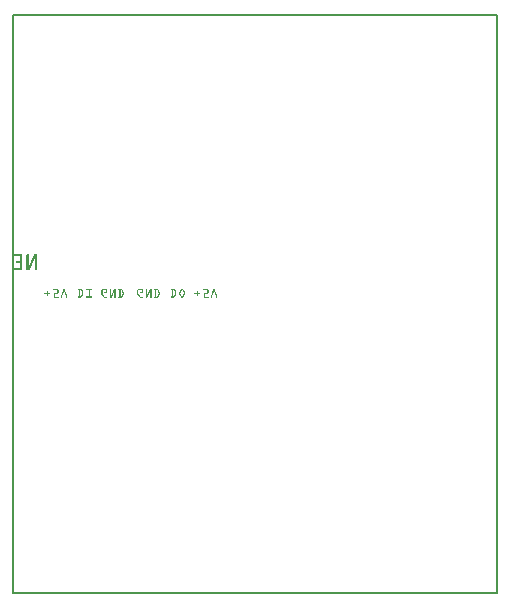
<source format=gbo>
G04 MADE WITH FRITZING*
G04 WWW.FRITZING.ORG*
G04 DOUBLE SIDED*
G04 HOLES PLATED*
G04 CONTOUR ON CENTER OF CONTOUR VECTOR*
%ASAXBY*%
%FSLAX23Y23*%
%MOIN*%
%OFA0B0*%
%SFA1.0B1.0*%
%ADD10R,1.621170X1.934800X1.605170X1.918800*%
%ADD11C,0.008000*%
%ADD12R,0.001000X0.001000*%
%LNSILK0*%
G90*
G70*
G54D11*
X4Y1931D02*
X1617Y1931D01*
X1617Y4D01*
X4Y4D01*
X4Y1931D01*
D02*
G54D12*
X1Y1134D02*
X32Y1134D01*
X50Y1134D02*
X53Y1134D01*
X73Y1134D02*
X82Y1134D01*
X1Y1133D02*
X32Y1133D01*
X49Y1133D02*
X54Y1133D01*
X73Y1133D02*
X82Y1133D01*
X1Y1132D02*
X32Y1132D01*
X49Y1132D02*
X54Y1132D01*
X73Y1132D02*
X82Y1132D01*
X1Y1131D02*
X32Y1131D01*
X48Y1131D02*
X54Y1131D01*
X72Y1131D02*
X82Y1131D01*
X1Y1130D02*
X32Y1130D01*
X48Y1130D02*
X54Y1130D01*
X72Y1130D02*
X82Y1130D01*
X1Y1129D02*
X32Y1129D01*
X48Y1129D02*
X54Y1129D01*
X71Y1129D02*
X82Y1129D01*
X1Y1128D02*
X32Y1128D01*
X48Y1128D02*
X54Y1128D01*
X71Y1128D02*
X82Y1128D01*
X26Y1127D02*
X32Y1127D01*
X48Y1127D02*
X54Y1127D01*
X70Y1127D02*
X82Y1127D01*
X26Y1126D02*
X32Y1126D01*
X48Y1126D02*
X54Y1126D01*
X70Y1126D02*
X82Y1126D01*
X26Y1125D02*
X32Y1125D01*
X48Y1125D02*
X54Y1125D01*
X70Y1125D02*
X82Y1125D01*
X26Y1124D02*
X32Y1124D01*
X48Y1124D02*
X54Y1124D01*
X69Y1124D02*
X82Y1124D01*
X26Y1123D02*
X32Y1123D01*
X48Y1123D02*
X54Y1123D01*
X69Y1123D02*
X82Y1123D01*
X26Y1122D02*
X32Y1122D01*
X48Y1122D02*
X54Y1122D01*
X68Y1122D02*
X82Y1122D01*
X26Y1121D02*
X32Y1121D01*
X48Y1121D02*
X54Y1121D01*
X68Y1121D02*
X74Y1121D01*
X76Y1121D02*
X82Y1121D01*
X26Y1120D02*
X32Y1120D01*
X48Y1120D02*
X54Y1120D01*
X67Y1120D02*
X74Y1120D01*
X76Y1120D02*
X82Y1120D01*
X26Y1119D02*
X32Y1119D01*
X48Y1119D02*
X54Y1119D01*
X67Y1119D02*
X74Y1119D01*
X76Y1119D02*
X82Y1119D01*
X26Y1118D02*
X32Y1118D01*
X48Y1118D02*
X54Y1118D01*
X66Y1118D02*
X73Y1118D01*
X76Y1118D02*
X82Y1118D01*
X26Y1117D02*
X32Y1117D01*
X48Y1117D02*
X54Y1117D01*
X66Y1117D02*
X73Y1117D01*
X76Y1117D02*
X82Y1117D01*
X26Y1116D02*
X32Y1116D01*
X48Y1116D02*
X54Y1116D01*
X66Y1116D02*
X72Y1116D01*
X76Y1116D02*
X82Y1116D01*
X26Y1115D02*
X32Y1115D01*
X48Y1115D02*
X54Y1115D01*
X65Y1115D02*
X72Y1115D01*
X76Y1115D02*
X82Y1115D01*
X26Y1114D02*
X32Y1114D01*
X48Y1114D02*
X54Y1114D01*
X65Y1114D02*
X71Y1114D01*
X76Y1114D02*
X82Y1114D01*
X26Y1113D02*
X32Y1113D01*
X48Y1113D02*
X54Y1113D01*
X64Y1113D02*
X71Y1113D01*
X76Y1113D02*
X82Y1113D01*
X26Y1112D02*
X32Y1112D01*
X48Y1112D02*
X54Y1112D01*
X64Y1112D02*
X71Y1112D01*
X76Y1112D02*
X82Y1112D01*
X15Y1111D02*
X32Y1111D01*
X48Y1111D02*
X54Y1111D01*
X63Y1111D02*
X70Y1111D01*
X76Y1111D02*
X82Y1111D01*
X13Y1110D02*
X32Y1110D01*
X48Y1110D02*
X54Y1110D01*
X63Y1110D02*
X70Y1110D01*
X76Y1110D02*
X82Y1110D01*
X12Y1109D02*
X32Y1109D01*
X48Y1109D02*
X54Y1109D01*
X62Y1109D02*
X69Y1109D01*
X76Y1109D02*
X82Y1109D01*
X12Y1108D02*
X32Y1108D01*
X48Y1108D02*
X54Y1108D01*
X62Y1108D02*
X69Y1108D01*
X76Y1108D02*
X82Y1108D01*
X12Y1107D02*
X32Y1107D01*
X48Y1107D02*
X54Y1107D01*
X62Y1107D02*
X68Y1107D01*
X76Y1107D02*
X82Y1107D01*
X13Y1106D02*
X32Y1106D01*
X48Y1106D02*
X54Y1106D01*
X61Y1106D02*
X68Y1106D01*
X76Y1106D02*
X82Y1106D01*
X13Y1105D02*
X32Y1105D01*
X48Y1105D02*
X54Y1105D01*
X61Y1105D02*
X67Y1105D01*
X76Y1105D02*
X82Y1105D01*
X26Y1104D02*
X32Y1104D01*
X48Y1104D02*
X54Y1104D01*
X60Y1104D02*
X67Y1104D01*
X76Y1104D02*
X82Y1104D01*
X26Y1103D02*
X32Y1103D01*
X48Y1103D02*
X54Y1103D01*
X60Y1103D02*
X67Y1103D01*
X76Y1103D02*
X82Y1103D01*
X26Y1102D02*
X32Y1102D01*
X48Y1102D02*
X54Y1102D01*
X59Y1102D02*
X66Y1102D01*
X76Y1102D02*
X82Y1102D01*
X26Y1101D02*
X32Y1101D01*
X48Y1101D02*
X54Y1101D01*
X59Y1101D02*
X66Y1101D01*
X76Y1101D02*
X82Y1101D01*
X26Y1100D02*
X32Y1100D01*
X48Y1100D02*
X54Y1100D01*
X59Y1100D02*
X65Y1100D01*
X76Y1100D02*
X82Y1100D01*
X26Y1099D02*
X32Y1099D01*
X48Y1099D02*
X54Y1099D01*
X58Y1099D02*
X65Y1099D01*
X76Y1099D02*
X82Y1099D01*
X26Y1098D02*
X32Y1098D01*
X48Y1098D02*
X54Y1098D01*
X58Y1098D02*
X64Y1098D01*
X76Y1098D02*
X82Y1098D01*
X26Y1097D02*
X32Y1097D01*
X48Y1097D02*
X54Y1097D01*
X57Y1097D02*
X64Y1097D01*
X76Y1097D02*
X82Y1097D01*
X26Y1096D02*
X32Y1096D01*
X48Y1096D02*
X54Y1096D01*
X57Y1096D02*
X64Y1096D01*
X76Y1096D02*
X82Y1096D01*
X26Y1095D02*
X32Y1095D01*
X48Y1095D02*
X54Y1095D01*
X56Y1095D02*
X63Y1095D01*
X76Y1095D02*
X82Y1095D01*
X26Y1094D02*
X32Y1094D01*
X48Y1094D02*
X63Y1094D01*
X76Y1094D02*
X82Y1094D01*
X26Y1093D02*
X32Y1093D01*
X48Y1093D02*
X62Y1093D01*
X76Y1093D02*
X82Y1093D01*
X26Y1092D02*
X32Y1092D01*
X48Y1092D02*
X62Y1092D01*
X76Y1092D02*
X82Y1092D01*
X26Y1091D02*
X32Y1091D01*
X48Y1091D02*
X61Y1091D01*
X76Y1091D02*
X82Y1091D01*
X26Y1090D02*
X32Y1090D01*
X48Y1090D02*
X61Y1090D01*
X76Y1090D02*
X82Y1090D01*
X26Y1089D02*
X32Y1089D01*
X48Y1089D02*
X60Y1089D01*
X76Y1089D02*
X82Y1089D01*
X26Y1088D02*
X32Y1088D01*
X48Y1088D02*
X60Y1088D01*
X76Y1088D02*
X82Y1088D01*
X1Y1087D02*
X32Y1087D01*
X48Y1087D02*
X60Y1087D01*
X76Y1087D02*
X82Y1087D01*
X1Y1086D02*
X32Y1086D01*
X48Y1086D02*
X59Y1086D01*
X76Y1086D02*
X82Y1086D01*
X1Y1085D02*
X32Y1085D01*
X48Y1085D02*
X59Y1085D01*
X76Y1085D02*
X82Y1085D01*
X1Y1084D02*
X32Y1084D01*
X48Y1084D02*
X58Y1084D01*
X76Y1084D02*
X82Y1084D01*
X1Y1083D02*
X32Y1083D01*
X48Y1083D02*
X58Y1083D01*
X76Y1083D02*
X82Y1083D01*
X1Y1082D02*
X32Y1082D01*
X48Y1082D02*
X57Y1082D01*
X77Y1082D02*
X81Y1082D01*
X1Y1081D02*
X32Y1081D01*
X48Y1081D02*
X57Y1081D01*
X78Y1081D02*
X80Y1081D01*
X220Y1019D02*
X230Y1019D01*
X248Y1019D02*
X265Y1019D01*
X530Y1019D02*
X540Y1019D01*
X564Y1019D02*
X568Y1019D01*
X139Y1018D02*
X153Y1018D01*
X172Y1018D02*
X174Y1018D01*
X219Y1018D02*
X231Y1018D01*
X247Y1018D02*
X266Y1018D01*
X300Y1018D02*
X313Y1018D01*
X326Y1018D02*
X328Y1018D01*
X339Y1018D02*
X344Y1018D01*
X354Y1018D02*
X365Y1018D01*
X420Y1018D02*
X433Y1018D01*
X446Y1018D02*
X448Y1018D01*
X459Y1018D02*
X464Y1018D01*
X474Y1018D02*
X485Y1018D01*
X529Y1018D02*
X541Y1018D01*
X563Y1018D02*
X569Y1018D01*
X638Y1018D02*
X652Y1018D01*
X672Y1018D02*
X674Y1018D01*
X137Y1017D02*
X153Y1017D01*
X171Y1017D02*
X175Y1017D01*
X219Y1017D02*
X232Y1017D01*
X247Y1017D02*
X265Y1017D01*
X299Y1017D02*
X314Y1017D01*
X326Y1017D02*
X329Y1017D01*
X339Y1017D02*
X344Y1017D01*
X354Y1017D02*
X366Y1017D01*
X419Y1017D02*
X434Y1017D01*
X445Y1017D02*
X448Y1017D01*
X459Y1017D02*
X464Y1017D01*
X474Y1017D02*
X486Y1017D01*
X529Y1017D02*
X542Y1017D01*
X562Y1017D02*
X570Y1017D01*
X636Y1017D02*
X653Y1017D01*
X671Y1017D02*
X674Y1017D01*
X136Y1016D02*
X154Y1016D01*
X171Y1016D02*
X175Y1016D01*
X220Y1016D02*
X233Y1016D01*
X248Y1016D02*
X265Y1016D01*
X299Y1016D02*
X315Y1016D01*
X326Y1016D02*
X329Y1016D01*
X339Y1016D02*
X344Y1016D01*
X354Y1016D02*
X367Y1016D01*
X418Y1016D02*
X435Y1016D01*
X445Y1016D02*
X448Y1016D01*
X458Y1016D02*
X464Y1016D01*
X474Y1016D02*
X487Y1016D01*
X530Y1016D02*
X543Y1016D01*
X562Y1016D02*
X571Y1016D01*
X636Y1016D02*
X654Y1016D01*
X671Y1016D02*
X675Y1016D01*
X136Y1015D02*
X141Y1015D01*
X151Y1015D02*
X154Y1015D01*
X170Y1015D02*
X175Y1015D01*
X223Y1015D02*
X226Y1015D01*
X230Y1015D02*
X233Y1015D01*
X255Y1015D02*
X258Y1015D01*
X298Y1015D02*
X302Y1015D01*
X311Y1015D02*
X316Y1015D01*
X326Y1015D02*
X329Y1015D01*
X338Y1015D02*
X344Y1015D01*
X357Y1015D02*
X361Y1015D01*
X363Y1015D02*
X368Y1015D01*
X418Y1015D02*
X422Y1015D01*
X431Y1015D02*
X435Y1015D01*
X445Y1015D02*
X448Y1015D01*
X458Y1015D02*
X464Y1015D01*
X477Y1015D02*
X481Y1015D01*
X483Y1015D02*
X487Y1015D01*
X533Y1015D02*
X536Y1015D01*
X540Y1015D02*
X543Y1015D01*
X561Y1015D02*
X565Y1015D01*
X568Y1015D02*
X571Y1015D01*
X636Y1015D02*
X641Y1015D01*
X651Y1015D02*
X654Y1015D01*
X670Y1015D02*
X675Y1015D01*
X136Y1014D02*
X138Y1014D01*
X151Y1014D02*
X154Y1014D01*
X170Y1014D02*
X176Y1014D01*
X223Y1014D02*
X226Y1014D01*
X230Y1014D02*
X234Y1014D01*
X255Y1014D02*
X258Y1014D01*
X298Y1014D02*
X301Y1014D01*
X313Y1014D02*
X316Y1014D01*
X326Y1014D02*
X329Y1014D01*
X338Y1014D02*
X344Y1014D01*
X358Y1014D02*
X361Y1014D01*
X365Y1014D02*
X368Y1014D01*
X417Y1014D02*
X421Y1014D01*
X432Y1014D02*
X436Y1014D01*
X445Y1014D02*
X448Y1014D01*
X457Y1014D02*
X464Y1014D01*
X477Y1014D02*
X480Y1014D01*
X484Y1014D02*
X488Y1014D01*
X533Y1014D02*
X536Y1014D01*
X540Y1014D02*
X544Y1014D01*
X561Y1014D02*
X564Y1014D01*
X568Y1014D02*
X572Y1014D01*
X636Y1014D02*
X638Y1014D01*
X651Y1014D02*
X654Y1014D01*
X670Y1014D02*
X676Y1014D01*
X116Y1013D02*
X117Y1013D01*
X151Y1013D02*
X154Y1013D01*
X170Y1013D02*
X176Y1013D01*
X223Y1013D02*
X226Y1013D01*
X231Y1013D02*
X234Y1013D01*
X255Y1013D02*
X258Y1013D01*
X298Y1013D02*
X301Y1013D01*
X313Y1013D02*
X316Y1013D01*
X326Y1013D02*
X329Y1013D01*
X337Y1013D02*
X344Y1013D01*
X358Y1013D02*
X361Y1013D01*
X365Y1013D02*
X369Y1013D01*
X417Y1013D02*
X420Y1013D01*
X433Y1013D02*
X436Y1013D01*
X445Y1013D02*
X448Y1013D01*
X457Y1013D02*
X464Y1013D01*
X477Y1013D02*
X480Y1013D01*
X485Y1013D02*
X488Y1013D01*
X533Y1013D02*
X536Y1013D01*
X541Y1013D02*
X544Y1013D01*
X560Y1013D02*
X564Y1013D01*
X569Y1013D02*
X572Y1013D01*
X616Y1013D02*
X617Y1013D01*
X651Y1013D02*
X654Y1013D01*
X670Y1013D02*
X676Y1013D01*
X115Y1012D02*
X118Y1012D01*
X151Y1012D02*
X154Y1012D01*
X169Y1012D02*
X176Y1012D01*
X223Y1012D02*
X226Y1012D01*
X231Y1012D02*
X235Y1012D01*
X255Y1012D02*
X258Y1012D01*
X298Y1012D02*
X301Y1012D01*
X313Y1012D02*
X316Y1012D01*
X326Y1012D02*
X329Y1012D01*
X337Y1012D02*
X344Y1012D01*
X358Y1012D02*
X361Y1012D01*
X366Y1012D02*
X369Y1012D01*
X417Y1012D02*
X420Y1012D01*
X433Y1012D02*
X436Y1012D01*
X445Y1012D02*
X448Y1012D01*
X457Y1012D02*
X464Y1012D01*
X477Y1012D02*
X480Y1012D01*
X485Y1012D02*
X489Y1012D01*
X533Y1012D02*
X536Y1012D01*
X541Y1012D02*
X545Y1012D01*
X560Y1012D02*
X563Y1012D01*
X569Y1012D02*
X573Y1012D01*
X615Y1012D02*
X618Y1012D01*
X651Y1012D02*
X654Y1012D01*
X669Y1012D02*
X676Y1012D01*
X115Y1011D02*
X118Y1011D01*
X151Y1011D02*
X154Y1011D01*
X169Y1011D02*
X177Y1011D01*
X223Y1011D02*
X226Y1011D01*
X232Y1011D02*
X235Y1011D01*
X255Y1011D02*
X258Y1011D01*
X298Y1011D02*
X301Y1011D01*
X313Y1011D02*
X316Y1011D01*
X326Y1011D02*
X329Y1011D01*
X336Y1011D02*
X344Y1011D01*
X358Y1011D02*
X361Y1011D01*
X366Y1011D02*
X370Y1011D01*
X417Y1011D02*
X420Y1011D01*
X433Y1011D02*
X436Y1011D01*
X445Y1011D02*
X448Y1011D01*
X456Y1011D02*
X464Y1011D01*
X477Y1011D02*
X480Y1011D01*
X486Y1011D02*
X489Y1011D01*
X533Y1011D02*
X536Y1011D01*
X542Y1011D02*
X545Y1011D01*
X559Y1011D02*
X563Y1011D01*
X570Y1011D02*
X573Y1011D01*
X615Y1011D02*
X618Y1011D01*
X651Y1011D02*
X654Y1011D01*
X669Y1011D02*
X677Y1011D01*
X115Y1010D02*
X118Y1010D01*
X151Y1010D02*
X154Y1010D01*
X169Y1010D02*
X172Y1010D01*
X174Y1010D02*
X177Y1010D01*
X223Y1010D02*
X226Y1010D01*
X232Y1010D02*
X236Y1010D01*
X255Y1010D02*
X258Y1010D01*
X298Y1010D02*
X301Y1010D01*
X313Y1010D02*
X316Y1010D01*
X326Y1010D02*
X329Y1010D01*
X336Y1010D02*
X339Y1010D01*
X341Y1010D02*
X344Y1010D01*
X358Y1010D02*
X361Y1010D01*
X367Y1010D02*
X370Y1010D01*
X417Y1010D02*
X420Y1010D01*
X433Y1010D02*
X436Y1010D01*
X445Y1010D02*
X448Y1010D01*
X456Y1010D02*
X459Y1010D01*
X461Y1010D02*
X464Y1010D01*
X477Y1010D02*
X480Y1010D01*
X486Y1010D02*
X490Y1010D01*
X533Y1010D02*
X536Y1010D01*
X542Y1010D02*
X546Y1010D01*
X559Y1010D02*
X562Y1010D01*
X570Y1010D02*
X574Y1010D01*
X615Y1010D02*
X618Y1010D01*
X651Y1010D02*
X654Y1010D01*
X668Y1010D02*
X672Y1010D01*
X674Y1010D02*
X677Y1010D01*
X115Y1009D02*
X118Y1009D01*
X151Y1009D02*
X154Y1009D01*
X168Y1009D02*
X171Y1009D01*
X174Y1009D02*
X178Y1009D01*
X223Y1009D02*
X226Y1009D01*
X233Y1009D02*
X236Y1009D01*
X255Y1009D02*
X258Y1009D01*
X298Y1009D02*
X301Y1009D01*
X309Y1009D02*
X316Y1009D01*
X326Y1009D02*
X329Y1009D01*
X336Y1009D02*
X339Y1009D01*
X341Y1009D02*
X344Y1009D01*
X358Y1009D02*
X361Y1009D01*
X367Y1009D02*
X371Y1009D01*
X417Y1009D02*
X420Y1009D01*
X429Y1009D02*
X436Y1009D01*
X445Y1009D02*
X448Y1009D01*
X455Y1009D02*
X459Y1009D01*
X461Y1009D02*
X464Y1009D01*
X477Y1009D02*
X480Y1009D01*
X487Y1009D02*
X490Y1009D01*
X533Y1009D02*
X536Y1009D01*
X543Y1009D02*
X546Y1009D01*
X558Y1009D02*
X562Y1009D01*
X571Y1009D02*
X574Y1009D01*
X615Y1009D02*
X618Y1009D01*
X651Y1009D02*
X654Y1009D01*
X668Y1009D02*
X671Y1009D01*
X674Y1009D02*
X678Y1009D01*
X115Y1008D02*
X118Y1008D01*
X151Y1008D02*
X154Y1008D01*
X168Y1008D02*
X171Y1008D01*
X175Y1008D02*
X178Y1008D01*
X223Y1008D02*
X226Y1008D01*
X233Y1008D02*
X237Y1008D01*
X255Y1008D02*
X258Y1008D01*
X298Y1008D02*
X301Y1008D01*
X308Y1008D02*
X316Y1008D01*
X326Y1008D02*
X329Y1008D01*
X335Y1008D02*
X338Y1008D01*
X341Y1008D02*
X344Y1008D01*
X358Y1008D02*
X361Y1008D01*
X368Y1008D02*
X371Y1008D01*
X417Y1008D02*
X420Y1008D01*
X427Y1008D02*
X436Y1008D01*
X445Y1008D02*
X448Y1008D01*
X455Y1008D02*
X458Y1008D01*
X461Y1008D02*
X464Y1008D01*
X477Y1008D02*
X480Y1008D01*
X487Y1008D02*
X491Y1008D01*
X533Y1008D02*
X536Y1008D01*
X543Y1008D02*
X547Y1008D01*
X558Y1008D02*
X561Y1008D01*
X571Y1008D02*
X575Y1008D01*
X615Y1008D02*
X618Y1008D01*
X651Y1008D02*
X654Y1008D01*
X668Y1008D02*
X671Y1008D01*
X675Y1008D02*
X678Y1008D01*
X115Y1007D02*
X118Y1007D01*
X151Y1007D02*
X154Y1007D01*
X167Y1007D02*
X171Y1007D01*
X175Y1007D02*
X178Y1007D01*
X223Y1007D02*
X226Y1007D01*
X234Y1007D02*
X237Y1007D01*
X255Y1007D02*
X258Y1007D01*
X298Y1007D02*
X301Y1007D01*
X307Y1007D02*
X316Y1007D01*
X326Y1007D02*
X329Y1007D01*
X335Y1007D02*
X338Y1007D01*
X341Y1007D02*
X344Y1007D01*
X358Y1007D02*
X361Y1007D01*
X368Y1007D02*
X372Y1007D01*
X417Y1007D02*
X420Y1007D01*
X427Y1007D02*
X436Y1007D01*
X445Y1007D02*
X448Y1007D01*
X454Y1007D02*
X458Y1007D01*
X461Y1007D02*
X464Y1007D01*
X477Y1007D02*
X480Y1007D01*
X488Y1007D02*
X491Y1007D01*
X533Y1007D02*
X536Y1007D01*
X544Y1007D02*
X547Y1007D01*
X557Y1007D02*
X561Y1007D01*
X572Y1007D02*
X575Y1007D01*
X615Y1007D02*
X618Y1007D01*
X651Y1007D02*
X654Y1007D01*
X667Y1007D02*
X671Y1007D01*
X675Y1007D02*
X678Y1007D01*
X115Y1006D02*
X118Y1006D01*
X151Y1006D02*
X154Y1006D01*
X167Y1006D02*
X170Y1006D01*
X176Y1006D02*
X179Y1006D01*
X223Y1006D02*
X226Y1006D01*
X234Y1006D02*
X237Y1006D01*
X255Y1006D02*
X258Y1006D01*
X298Y1006D02*
X301Y1006D01*
X308Y1006D02*
X316Y1006D01*
X326Y1006D02*
X329Y1006D01*
X334Y1006D02*
X338Y1006D01*
X341Y1006D02*
X344Y1006D01*
X358Y1006D02*
X361Y1006D01*
X369Y1006D02*
X372Y1006D01*
X417Y1006D02*
X420Y1006D01*
X427Y1006D02*
X436Y1006D01*
X445Y1006D02*
X448Y1006D01*
X454Y1006D02*
X457Y1006D01*
X461Y1006D02*
X464Y1006D01*
X477Y1006D02*
X480Y1006D01*
X488Y1006D02*
X492Y1006D01*
X533Y1006D02*
X536Y1006D01*
X544Y1006D02*
X547Y1006D01*
X557Y1006D02*
X560Y1006D01*
X572Y1006D02*
X575Y1006D01*
X615Y1006D02*
X618Y1006D01*
X651Y1006D02*
X654Y1006D01*
X667Y1006D02*
X670Y1006D01*
X676Y1006D02*
X679Y1006D01*
X108Y1005D02*
X125Y1005D01*
X139Y1005D02*
X154Y1005D01*
X167Y1005D02*
X170Y1005D01*
X176Y1005D02*
X179Y1005D01*
X223Y1005D02*
X226Y1005D01*
X234Y1005D02*
X237Y1005D01*
X255Y1005D02*
X258Y1005D01*
X298Y1005D02*
X301Y1005D01*
X326Y1005D02*
X329Y1005D01*
X334Y1005D02*
X337Y1005D01*
X341Y1005D02*
X344Y1005D01*
X358Y1005D02*
X361Y1005D01*
X369Y1005D02*
X372Y1005D01*
X417Y1005D02*
X420Y1005D01*
X445Y1005D02*
X448Y1005D01*
X453Y1005D02*
X457Y1005D01*
X461Y1005D02*
X464Y1005D01*
X477Y1005D02*
X480Y1005D01*
X489Y1005D02*
X492Y1005D01*
X533Y1005D02*
X536Y1005D01*
X544Y1005D02*
X547Y1005D01*
X557Y1005D02*
X560Y1005D01*
X572Y1005D02*
X575Y1005D01*
X608Y1005D02*
X625Y1005D01*
X639Y1005D02*
X654Y1005D01*
X667Y1005D02*
X670Y1005D01*
X676Y1005D02*
X679Y1005D01*
X108Y1004D02*
X126Y1004D01*
X139Y1004D02*
X153Y1004D01*
X166Y1004D02*
X169Y1004D01*
X176Y1004D02*
X180Y1004D01*
X223Y1004D02*
X226Y1004D01*
X235Y1004D02*
X237Y1004D01*
X255Y1004D02*
X258Y1004D01*
X298Y1004D02*
X301Y1004D01*
X326Y1004D02*
X329Y1004D01*
X333Y1004D02*
X337Y1004D01*
X341Y1004D02*
X344Y1004D01*
X358Y1004D02*
X361Y1004D01*
X369Y1004D02*
X372Y1004D01*
X417Y1004D02*
X420Y1004D01*
X445Y1004D02*
X448Y1004D01*
X453Y1004D02*
X456Y1004D01*
X461Y1004D02*
X464Y1004D01*
X477Y1004D02*
X480Y1004D01*
X489Y1004D02*
X492Y1004D01*
X533Y1004D02*
X536Y1004D01*
X544Y1004D02*
X547Y1004D01*
X557Y1004D02*
X560Y1004D01*
X572Y1004D02*
X575Y1004D01*
X607Y1004D02*
X626Y1004D01*
X639Y1004D02*
X653Y1004D01*
X666Y1004D02*
X669Y1004D01*
X676Y1004D02*
X680Y1004D01*
X108Y1003D02*
X126Y1003D01*
X139Y1003D02*
X153Y1003D01*
X166Y1003D02*
X169Y1003D01*
X177Y1003D02*
X180Y1003D01*
X223Y1003D02*
X226Y1003D01*
X234Y1003D02*
X237Y1003D01*
X255Y1003D02*
X258Y1003D01*
X298Y1003D02*
X301Y1003D01*
X326Y1003D02*
X329Y1003D01*
X333Y1003D02*
X336Y1003D01*
X341Y1003D02*
X344Y1003D01*
X358Y1003D02*
X361Y1003D01*
X369Y1003D02*
X372Y1003D01*
X417Y1003D02*
X420Y1003D01*
X445Y1003D02*
X448Y1003D01*
X453Y1003D02*
X456Y1003D01*
X461Y1003D02*
X464Y1003D01*
X477Y1003D02*
X480Y1003D01*
X489Y1003D02*
X492Y1003D01*
X533Y1003D02*
X536Y1003D01*
X544Y1003D02*
X547Y1003D01*
X557Y1003D02*
X560Y1003D01*
X572Y1003D02*
X575Y1003D01*
X608Y1003D02*
X626Y1003D01*
X639Y1003D02*
X653Y1003D01*
X666Y1003D02*
X669Y1003D01*
X677Y1003D02*
X680Y1003D01*
X109Y1002D02*
X125Y1002D01*
X139Y1002D02*
X151Y1002D01*
X165Y1002D02*
X169Y1002D01*
X177Y1002D02*
X180Y1002D01*
X223Y1002D02*
X226Y1002D01*
X234Y1002D02*
X237Y1002D01*
X255Y1002D02*
X258Y1002D01*
X298Y1002D02*
X301Y1002D01*
X326Y1002D02*
X329Y1002D01*
X332Y1002D02*
X336Y1002D01*
X341Y1002D02*
X344Y1002D01*
X358Y1002D02*
X361Y1002D01*
X369Y1002D02*
X372Y1002D01*
X417Y1002D02*
X420Y1002D01*
X445Y1002D02*
X448Y1002D01*
X452Y1002D02*
X455Y1002D01*
X461Y1002D02*
X464Y1002D01*
X477Y1002D02*
X480Y1002D01*
X489Y1002D02*
X492Y1002D01*
X533Y1002D02*
X536Y1002D01*
X544Y1002D02*
X547Y1002D01*
X558Y1002D02*
X561Y1002D01*
X572Y1002D02*
X575Y1002D01*
X609Y1002D02*
X624Y1002D01*
X639Y1002D02*
X651Y1002D01*
X665Y1002D02*
X669Y1002D01*
X677Y1002D02*
X680Y1002D01*
X115Y1001D02*
X118Y1001D01*
X139Y1001D02*
X142Y1001D01*
X165Y1001D02*
X168Y1001D01*
X178Y1001D02*
X181Y1001D01*
X223Y1001D02*
X226Y1001D01*
X233Y1001D02*
X237Y1001D01*
X255Y1001D02*
X258Y1001D01*
X298Y1001D02*
X301Y1001D01*
X326Y1001D02*
X329Y1001D01*
X332Y1001D02*
X335Y1001D01*
X341Y1001D02*
X344Y1001D01*
X358Y1001D02*
X361Y1001D01*
X368Y1001D02*
X372Y1001D01*
X418Y1001D02*
X421Y1001D01*
X445Y1001D02*
X448Y1001D01*
X452Y1001D02*
X455Y1001D01*
X461Y1001D02*
X464Y1001D01*
X477Y1001D02*
X480Y1001D01*
X488Y1001D02*
X491Y1001D01*
X533Y1001D02*
X536Y1001D01*
X543Y1001D02*
X547Y1001D01*
X558Y1001D02*
X561Y1001D01*
X571Y1001D02*
X575Y1001D01*
X615Y1001D02*
X618Y1001D01*
X639Y1001D02*
X642Y1001D01*
X665Y1001D02*
X668Y1001D01*
X677Y1001D02*
X681Y1001D01*
X115Y1000D02*
X118Y1000D01*
X139Y1000D02*
X142Y1000D01*
X165Y1000D02*
X168Y1000D01*
X178Y1000D02*
X181Y1000D01*
X223Y1000D02*
X226Y1000D01*
X233Y1000D02*
X236Y1000D01*
X255Y1000D02*
X258Y1000D01*
X298Y1000D02*
X302Y1000D01*
X326Y1000D02*
X329Y1000D01*
X332Y1000D02*
X335Y1000D01*
X341Y1000D02*
X344Y1000D01*
X358Y1000D02*
X361Y1000D01*
X368Y1000D02*
X371Y1000D01*
X418Y1000D02*
X421Y1000D01*
X445Y1000D02*
X448Y1000D01*
X451Y1000D02*
X455Y1000D01*
X461Y1000D02*
X464Y1000D01*
X477Y1000D02*
X480Y1000D01*
X488Y1000D02*
X491Y1000D01*
X533Y1000D02*
X536Y1000D01*
X543Y1000D02*
X546Y1000D01*
X558Y1000D02*
X562Y1000D01*
X571Y1000D02*
X574Y1000D01*
X615Y1000D02*
X618Y1000D01*
X639Y1000D02*
X642Y1000D01*
X665Y1000D02*
X668Y1000D01*
X678Y1000D02*
X681Y1000D01*
X115Y999D02*
X118Y999D01*
X139Y999D02*
X142Y999D01*
X164Y999D02*
X167Y999D01*
X178Y999D02*
X182Y999D01*
X223Y999D02*
X226Y999D01*
X232Y999D02*
X236Y999D01*
X255Y999D02*
X258Y999D01*
X299Y999D02*
X302Y999D01*
X326Y999D02*
X329Y999D01*
X331Y999D02*
X334Y999D01*
X341Y999D02*
X344Y999D01*
X358Y999D02*
X361Y999D01*
X367Y999D02*
X371Y999D01*
X418Y999D02*
X422Y999D01*
X445Y999D02*
X448Y999D01*
X451Y999D02*
X454Y999D01*
X461Y999D02*
X464Y999D01*
X477Y999D02*
X480Y999D01*
X487Y999D02*
X491Y999D01*
X533Y999D02*
X536Y999D01*
X542Y999D02*
X546Y999D01*
X559Y999D02*
X562Y999D01*
X570Y999D02*
X574Y999D01*
X615Y999D02*
X618Y999D01*
X639Y999D02*
X642Y999D01*
X664Y999D02*
X667Y999D01*
X678Y999D02*
X681Y999D01*
X115Y998D02*
X118Y998D01*
X139Y998D02*
X142Y998D01*
X164Y998D02*
X167Y998D01*
X179Y998D02*
X182Y998D01*
X223Y998D02*
X226Y998D01*
X232Y998D02*
X235Y998D01*
X255Y998D02*
X258Y998D01*
X299Y998D02*
X303Y998D01*
X326Y998D02*
X329Y998D01*
X331Y998D02*
X334Y998D01*
X341Y998D02*
X344Y998D01*
X358Y998D02*
X361Y998D01*
X367Y998D02*
X370Y998D01*
X419Y998D02*
X423Y998D01*
X445Y998D02*
X448Y998D01*
X450Y998D02*
X454Y998D01*
X461Y998D02*
X464Y998D01*
X477Y998D02*
X480Y998D01*
X487Y998D02*
X490Y998D01*
X533Y998D02*
X536Y998D01*
X542Y998D02*
X545Y998D01*
X559Y998D02*
X563Y998D01*
X570Y998D02*
X573Y998D01*
X615Y998D02*
X618Y998D01*
X639Y998D02*
X642Y998D01*
X664Y998D02*
X667Y998D01*
X679Y998D02*
X682Y998D01*
X115Y997D02*
X118Y997D01*
X139Y997D02*
X142Y997D01*
X164Y997D02*
X167Y997D01*
X179Y997D02*
X182Y997D01*
X223Y997D02*
X226Y997D01*
X231Y997D02*
X235Y997D01*
X255Y997D02*
X258Y997D01*
X300Y997D02*
X304Y997D01*
X326Y997D02*
X334Y997D01*
X341Y997D02*
X344Y997D01*
X358Y997D02*
X361Y997D01*
X366Y997D02*
X370Y997D01*
X420Y997D02*
X424Y997D01*
X445Y997D02*
X448Y997D01*
X450Y997D02*
X453Y997D01*
X461Y997D02*
X464Y997D01*
X477Y997D02*
X480Y997D01*
X486Y997D02*
X490Y997D01*
X533Y997D02*
X536Y997D01*
X541Y997D02*
X545Y997D01*
X560Y997D02*
X563Y997D01*
X569Y997D02*
X573Y997D01*
X615Y997D02*
X618Y997D01*
X639Y997D02*
X642Y997D01*
X664Y997D02*
X667Y997D01*
X679Y997D02*
X682Y997D01*
X115Y996D02*
X118Y996D01*
X139Y996D02*
X142Y996D01*
X164Y996D02*
X167Y996D01*
X179Y996D02*
X182Y996D01*
X223Y996D02*
X226Y996D01*
X231Y996D02*
X234Y996D01*
X255Y996D02*
X258Y996D01*
X301Y996D02*
X305Y996D01*
X326Y996D02*
X333Y996D01*
X341Y996D02*
X344Y996D01*
X358Y996D02*
X361Y996D01*
X366Y996D02*
X369Y996D01*
X420Y996D02*
X424Y996D01*
X445Y996D02*
X453Y996D01*
X461Y996D02*
X464Y996D01*
X477Y996D02*
X480Y996D01*
X486Y996D02*
X489Y996D01*
X533Y996D02*
X536Y996D01*
X541Y996D02*
X544Y996D01*
X560Y996D02*
X564Y996D01*
X569Y996D02*
X572Y996D01*
X615Y996D02*
X618Y996D01*
X639Y996D02*
X642Y996D01*
X664Y996D02*
X667Y996D01*
X679Y996D02*
X682Y996D01*
X116Y995D02*
X118Y995D01*
X139Y995D02*
X142Y995D01*
X164Y995D02*
X167Y995D01*
X179Y995D02*
X182Y995D01*
X223Y995D02*
X226Y995D01*
X230Y995D02*
X234Y995D01*
X255Y995D02*
X258Y995D01*
X301Y995D02*
X305Y995D01*
X326Y995D02*
X333Y995D01*
X341Y995D02*
X344Y995D01*
X358Y995D02*
X361Y995D01*
X365Y995D02*
X369Y995D01*
X421Y995D02*
X425Y995D01*
X445Y995D02*
X452Y995D01*
X461Y995D02*
X464Y995D01*
X477Y995D02*
X480Y995D01*
X485Y995D02*
X489Y995D01*
X533Y995D02*
X536Y995D01*
X540Y995D02*
X544Y995D01*
X561Y995D02*
X564Y995D01*
X568Y995D02*
X572Y995D01*
X616Y995D02*
X618Y995D01*
X639Y995D02*
X642Y995D01*
X664Y995D02*
X667Y995D01*
X679Y995D02*
X682Y995D01*
X139Y994D02*
X142Y994D01*
X164Y994D02*
X167Y994D01*
X179Y994D02*
X182Y994D01*
X223Y994D02*
X226Y994D01*
X230Y994D02*
X233Y994D01*
X255Y994D02*
X258Y994D01*
X302Y994D02*
X306Y994D01*
X326Y994D02*
X332Y994D01*
X341Y994D02*
X344Y994D01*
X358Y994D02*
X361Y994D01*
X365Y994D02*
X368Y994D01*
X422Y994D02*
X426Y994D01*
X445Y994D02*
X452Y994D01*
X461Y994D02*
X464Y994D01*
X477Y994D02*
X480Y994D01*
X485Y994D02*
X488Y994D01*
X533Y994D02*
X536Y994D01*
X540Y994D02*
X543Y994D01*
X561Y994D02*
X565Y994D01*
X568Y994D02*
X571Y994D01*
X639Y994D02*
X642Y994D01*
X664Y994D02*
X667Y994D01*
X679Y994D02*
X682Y994D01*
X139Y993D02*
X142Y993D01*
X164Y993D02*
X167Y993D01*
X179Y993D02*
X182Y993D01*
X220Y993D02*
X233Y993D01*
X248Y993D02*
X265Y993D01*
X303Y993D02*
X307Y993D01*
X326Y993D02*
X332Y993D01*
X341Y993D02*
X344Y993D01*
X358Y993D02*
X361Y993D01*
X364Y993D02*
X368Y993D01*
X423Y993D02*
X427Y993D01*
X445Y993D02*
X451Y993D01*
X461Y993D02*
X464Y993D01*
X477Y993D02*
X480Y993D01*
X484Y993D02*
X488Y993D01*
X530Y993D02*
X543Y993D01*
X562Y993D02*
X571Y993D01*
X639Y993D02*
X642Y993D01*
X664Y993D02*
X667Y993D01*
X679Y993D02*
X682Y993D01*
X139Y992D02*
X153Y992D01*
X164Y992D02*
X167Y992D01*
X179Y992D02*
X182Y992D01*
X219Y992D02*
X232Y992D01*
X247Y992D02*
X265Y992D01*
X304Y992D02*
X315Y992D01*
X326Y992D02*
X331Y992D01*
X341Y992D02*
X344Y992D01*
X355Y992D02*
X367Y992D01*
X423Y992D02*
X435Y992D01*
X445Y992D02*
X451Y992D01*
X461Y992D02*
X464Y992D01*
X474Y992D02*
X487Y992D01*
X529Y992D02*
X542Y992D01*
X562Y992D02*
X570Y992D01*
X639Y992D02*
X653Y992D01*
X664Y992D02*
X667Y992D01*
X679Y992D02*
X682Y992D01*
X139Y991D02*
X154Y991D01*
X164Y991D02*
X167Y991D01*
X179Y991D02*
X182Y991D01*
X219Y991D02*
X231Y991D01*
X247Y991D02*
X266Y991D01*
X305Y991D02*
X316Y991D01*
X326Y991D02*
X331Y991D01*
X341Y991D02*
X344Y991D01*
X354Y991D02*
X367Y991D01*
X424Y991D02*
X436Y991D01*
X445Y991D02*
X451Y991D01*
X461Y991D02*
X464Y991D01*
X474Y991D02*
X486Y991D01*
X529Y991D02*
X541Y991D01*
X563Y991D02*
X569Y991D01*
X639Y991D02*
X654Y991D01*
X664Y991D02*
X667Y991D01*
X679Y991D02*
X682Y991D01*
X139Y990D02*
X154Y990D01*
X164Y990D02*
X167Y990D01*
X179Y990D02*
X182Y990D01*
X220Y990D02*
X230Y990D01*
X248Y990D02*
X265Y990D01*
X305Y990D02*
X316Y990D01*
X326Y990D02*
X331Y990D01*
X341Y990D02*
X344Y990D01*
X354Y990D02*
X366Y990D01*
X425Y990D02*
X436Y990D01*
X445Y990D02*
X450Y990D01*
X461Y990D02*
X464Y990D01*
X474Y990D02*
X485Y990D01*
X530Y990D02*
X540Y990D01*
X564Y990D02*
X568Y990D01*
X639Y990D02*
X654Y990D01*
X664Y990D02*
X666Y990D01*
X679Y990D02*
X682Y990D01*
X140Y989D02*
X153Y989D01*
X165Y989D02*
X166Y989D01*
X180Y989D02*
X181Y989D01*
X307Y989D02*
X315Y989D01*
X326Y989D02*
X330Y989D01*
X342Y989D02*
X343Y989D01*
X355Y989D02*
X364Y989D01*
X427Y989D02*
X435Y989D01*
X446Y989D02*
X450Y989D01*
X462Y989D02*
X463Y989D01*
X474Y989D02*
X484Y989D01*
X640Y989D02*
X653Y989D01*
X665Y989D02*
X666Y989D01*
X680Y989D02*
X681Y989D01*
D02*
G04 End of Silk0*
M02*
</source>
